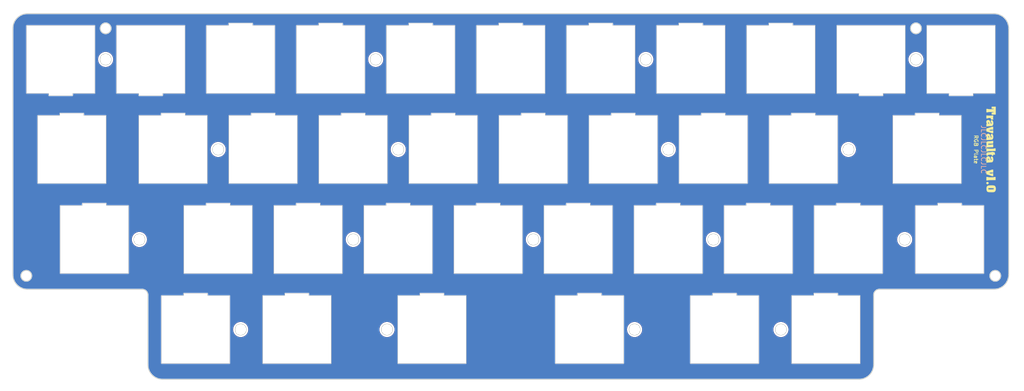
<source format=kicad_pcb>
(kicad_pcb (version 20221018) (generator pcbnew)
  (layers (0 "F.Cu" signal) (31 "B.Cu" signal) (34 "B.Paste" user) (35 "F.Paste" user) (36 "B.SilkS" user "B.Silkscreen") (37 "F.SilkS" user "F.Silkscreen") (38 "B.Mask" user) (39 "F.Mask" user) (44 "Edge.Cuts" user))
  (net 0 "")
  (footprint "cipulot_parts:HOLE_M2" (layer "F.Cu") (at 120.65 57.15)
    (fp_text reference "H2" hide)
    (fp_text value "MountingHole" hide)
    (pad "" np_thru_hole circle (at 0 0) (size 2.2 2.2) (drill 2.2) (layers "*.Cu" "*.Mask" "F.SilkS") (clearance 0.5))
  )
  (footprint "cipulot_parts:HOLE_M2" (layer "F.Cu") (at 153.9875 95.25)
    (fp_text reference "H11" hide)
    (fp_text value "MountingHole" hide)
    (pad "" np_thru_hole circle (at 0 0) (size 2.2 2.2) (drill 2.2) (layers "*.Cu" "*.Mask" "F.SilkS") (clearance 0.5))
  )
  (footprint "lib:RGB realforce R2" (layer "F.Cu") (at 61.12 95.25)
    (fp_text reference "RGB topre")
    (fp_text value "RGB realforce R2")
    (fp_line (start -7.2644 -7.2) (end -7.2644 7.2) (stroke (width 0.1)) (layer "Edge.Cuts"))
    (fp_line (start -7.2644 -7.2) (end -2.5644 -7.2) (stroke (width 0.1)) (layer "Edge.Cuts"))
    (fp_line (start -7.2644 7.2) (end 7.2356 7.2) (stroke (width 0.1)) (layer "Edge.Cuts"))
    (fp_line (start -2.5644 -7.7) (end 2.5356 -7.7) (stroke (width 0.1)) (layer "Edge.Cuts"))
    (fp_line (start -2.5644 -7.2) (end -2.5644 -7.7) (stroke (width 0.1)) (layer "Edge.Cuts"))
    (fp_line (start 2.5356 -7.2) (end 2.5356 -7.7) (stroke (width 0.1)) (layer "Edge.Cuts"))
    (fp_line (start 7.2356 -7.2) (end 2.5356 -7.2) (stroke (width 0.1)) (layer "Edge.Cuts"))
    (fp_line (start 7.2356 -7.2) (end 7.2356 7.2) (stroke (width 0.1)) (layer "Edge.Cuts"))
  )
  (footprint "lib:RGB realforce R2" (layer "F.Cu") (at 187.325 57.15)
    (fp_text reference "RGB topre")
    (fp_text value "RGB realforce R2")
    (fp_line (start -7.2644 -7.2) (end -7.2644 7.2) (stroke (width 0.1)) (layer "Edge.Cuts"))
    (fp_line (start -7.2644 -7.2) (end -2.5644 -7.2) (stroke (width 0.1)) (layer "Edge.Cuts"))
    (fp_line (start -7.2644 7.2) (end 7.2356 7.2) (stroke (width 0.1)) (layer "Edge.Cuts"))
    (fp_line (start -2.5644 -7.7) (end 2.5356 -7.7) (stroke (width 0.1)) (layer "Edge.Cuts"))
    (fp_line (start -2.5644 -7.2) (end -2.5644 -7.7) (stroke (width 0.1)) (layer "Edge.Cuts"))
    (fp_line (start 2.5356 -7.2) (end 2.5356 -7.7) (stroke (width 0.1)) (layer "Edge.Cuts"))
    (fp_line (start 7.2356 -7.2) (end 2.5356 -7.2) (stroke (width 0.1)) (layer "Edge.Cuts"))
    (fp_line (start 7.2356 -7.2) (end 7.2356 7.2) (stroke (width 0.1)) (layer "Edge.Cuts"))
  )
  (footprint "lib:RGB realforce R2" (layer "F.Cu") (at 194.47 114.3)
    (fp_text reference "RGB topre")
    (fp_text value "RGB realforce R2")
    (fp_line (start -7.2644 -7.2) (end -7.2644 7.2) (stroke (width 0.1)) (layer "Edge.Cuts"))
    (fp_line (start -7.2644 -7.2) (end -2.5644 -7.2) (stroke (width 0.1)) (layer "Edge.Cuts"))
    (fp_line (start -7.2644 7.2) (end 7.2356 7.2) (stroke (width 0.1)) (layer "Edge.Cuts"))
    (fp_line (start -2.5644 -7.7) (end 2.5356 -7.7) (stroke (width 0.1)) (layer "Edge.Cuts"))
    (fp_line (start -2.5644 -7.2) (end -2.5644 -7.7) (stroke (width 0.1)) (layer "Edge.Cuts"))
    (fp_line (start 2.5356 -7.2) (end 2.5356 -7.7) (stroke (width 0.1)) (layer "Edge.Cuts"))
    (fp_line (start 7.2356 -7.2) (end 2.5356 -7.2) (stroke (width 0.1)) (layer "Edge.Cuts"))
    (fp_line (start 7.2356 -7.2) (end 7.2356 7.2) (stroke (width 0.1)) (layer "Edge.Cuts"))
  )
  (footprint "lib:RGB realforce R2" (layer "F.Cu") (at 96.8375 76.2)
    (fp_text reference "RGB topre")
    (fp_text value "RGB realforce R2")
    (fp_line (start -7.2644 -7.2) (end -7.2644 7.2) (stroke (width 0.1)) (layer "Edge.Cuts"))
    (fp_line (start -7.2644 -7.2) (end -2.5644 -7.2) (stroke (width 0.1)) (layer "Edge.Cuts"))
    (fp_line (start -7.2644 7.2) (end 7.2356 7.2) (stroke (width 0.1)) (layer "Edge.Cuts"))
    (fp_line (start -2.5644 -7.7) (end 2.5356 -7.7) (stroke (width 0.1)) (layer "Edge.Cuts"))
    (fp_line (start -2.5644 -7.2) (end -2.5644 -7.7) (stroke (width 0.1)) (layer "Edge.Cuts"))
    (fp_line (start 2.5356 -7.2) (end 2.5356 -7.7) (stroke (width 0.1)) (layer "Edge.Cuts"))
    (fp_line (start 7.2356 -7.2) (end 2.5356 -7.2) (stroke (width 0.1)) (layer "Edge.Cuts"))
    (fp_line (start 7.2356 -7.2) (end 7.2356 7.2) (stroke (width 0.1)) (layer "Edge.Cuts"))
  )
  (footprint "lib:RGB realforce R2" (layer "F.Cu") (at 192.0875 76.2)
    (fp_text reference "RGB topre")
    (fp_text value "RGB realforce R2")
    (fp_line (start -7.2644 -7.2) (end -7.2644 7.2) (stroke (width 0.1)) (layer "Edge.Cuts"))
    (fp_line (start -7.2644 -7.2) (end -2.5644 -7.2) (stroke (width 0.1)) (layer "Edge.Cuts"))
    (fp_line (start -7.2644 7.2) (end 7.2356 7.2) (stroke (width 0.1)) (layer "Edge.Cuts"))
    (fp_line (start -2.5644 -7.7) (end 2.5356 -7.7) (stroke (width 0.1)) (layer "Edge.Cuts"))
    (fp_line (start -2.5644 -7.2) (end -2.5644 -7.7) (stroke (width 0.1)) (layer "Edge.Cuts"))
    (fp_line (start 2.5356 -7.2) (end 2.5356 -7.7) (stroke (width 0.1)) (layer "Edge.Cuts"))
    (fp_line (start 7.2356 -7.2) (end 2.5356 -7.2) (stroke (width 0.1)) (layer "Edge.Cuts"))
    (fp_line (start 7.2356 -7.2) (end 7.2356 7.2) (stroke (width 0.1)) (layer "Edge.Cuts"))
  )
  (footprint "cipulot_parts:HOLE_M2" (layer "F.Cu") (at 63.5 57.15)
    (fp_text reference "H1" hide)
    (fp_text value "MountingHole" hide)
    (pad "" np_thru_hole circle (at 0 0) (size 2.2 2.2) (drill 2.2) (layers "F&B.Cu" "*.Mask" "F.SilkS") (clearance 0.5))
  )
  (footprint "lib:RGB realforce R2" (layer "F.Cu") (at 168.275 57.15)
    (fp_text reference "RGB topre")
    (fp_text value "RGB realforce R2")
    (fp_line (start -7.2644 -7.2) (end -7.2644 7.2) (stroke (width 0.1)) (layer "Edge.Cuts"))
    (fp_line (start -7.2644 -7.2) (end -2.5644 -7.2) (stroke (width 0.1)) (layer "Edge.Cuts"))
    (fp_line (start -7.2644 7.2) (end 7.2356 7.2) (stroke (width 0.1)) (layer "Edge.Cuts"))
    (fp_line (start -2.5644 -7.7) (end 2.5356 -7.7) (stroke (width 0.1)) (layer "Edge.Cuts"))
    (fp_line (start -2.5644 -7.2) (end -2.5644 -7.7) (stroke (width 0.1)) (layer "Edge.Cuts"))
    (fp_line (start 2.5356 -7.2) (end 2.5356 -7.7) (stroke (width 0.1)) (layer "Edge.Cuts"))
    (fp_line (start 7.2356 -7.2) (end 2.5356 -7.2) (stroke (width 0.1)) (layer "Edge.Cuts"))
    (fp_line (start 7.2356 -7.2) (end 7.2356 7.2) (stroke (width 0.1)) (layer "Edge.Cuts"))
  )
  (footprint "lib:RGB realforce R2" (layer "F.Cu") (at 211.1375 76.2)
    (fp_text reference "RGB topre")
    (fp_text value "RGB realforce R2")
    (fp_line (start -7.2644 -7.2) (end -7.2644 7.2) (stroke (width 0.1)) (layer "Edge.Cuts"))
    (fp_line (start -7.2644 -7.2) (end -2.5644 -7.2) (stroke (width 0.1)) (layer "Edge.Cuts"))
    (fp_line (start -7.2644 7.2) (end 7.2356 7.2) (stroke (width 0.1)) (layer "Edge.Cuts"))
    (fp_line (start -2.5644 -7.7) (end 2.5356 -7.7) (stroke (width 0.1)) (layer "Edge.Cuts"))
    (fp_line (start -2.5644 -7.2) (end -2.5644 -7.7) (stroke (width 0.1)) (layer "Edge.Cuts"))
    (fp_line (start 2.5356 -7.2) (end 2.5356 -7.7) (stroke (width 0.1)) (layer "Edge.Cuts"))
    (fp_line (start 7.2356 -7.2) (end 2.5356 -7.2) (stroke (width 0.1)) (layer "Edge.Cuts"))
    (fp_line (start 7.2356 -7.2) (end 7.2356 7.2) (stroke (width 0.1)) (layer "Edge.Cuts"))
  )
  (footprint "lib:RGB realforce R2" (layer "F.Cu") (at 77.7875 76.2)
    (fp_text reference "RGB topre")
    (fp_text value "RGB realforce R2")
    (fp_line (start -7.2644 -7.2) (end -7.2644 7.2) (stroke (width 0.1)) (layer "Edge.Cuts"))
    (fp_line (start -7.2644 -7.2) (end -2.5644 -7.2) (stroke (width 0.1)) (layer "Edge.Cuts"))
    (fp_line (start -7.2644 7.2) (end 7.2356 7.2) (stroke (width 0.1)) (layer "Edge.Cuts"))
    (fp_line (start -2.5644 -7.7) (end 2.5356 -7.7) (stroke (width 0.1)) (layer "Edge.Cuts"))
    (fp_line (start -2.5644 -7.2) (end -2.5644 -7.7) (stroke (width 0.1)) (layer "Edge.Cuts"))
    (fp_line (start 2.5356 -7.2) (end 2.5356 -7.7) (stroke (width 0.1)) (layer "Edge.Cuts"))
    (fp_line (start 7.2356 -7.2) (end 2.5356 -7.2) (stroke (width 0.1)) (layer "Edge.Cuts"))
    (fp_line (start 7.2356 -7.2) (end 7.2356 7.2) (stroke (width 0.1)) (layer "Edge.Cuts"))
  )
  (footprint "lib:RGB realforce R2" (layer "F.Cu") (at 206.375 57.15)
    (fp_text reference "RGB topre")
    (fp_text value "RGB realforce R2")
    (fp_line (start -7.2644 -7.2) (end -7.2644 7.2) (stroke (width 0.1)) (layer "Edge.Cuts"))
    (fp_line (start -7.2644 -7.2) (end -2.5644 -7.2) (stroke (width 0.1)) (layer "Edge.Cuts"))
    (fp_line (start -7.2644 7.2) (end 7.2356 7.2) (stroke (width 0.1)) (layer "Edge.Cuts"))
    (fp_line (start -2.5644 -7.7) (end 2.5356 -7.7) (stroke (width 0.1)) (layer "Edge.Cuts"))
    (fp_line (start -2.5644 -7.2) (end -2.5644 -7.7) (stroke (width 0.1)) (layer "Edge.Cuts"))
    (fp_line (start 2.5356 -7.2) (end 2.5356 -7.7) (stroke (width 0.1)) (layer "Edge.Cuts"))
    (fp_line (start 7.2356 -7.2) (end 2.5356 -7.2) (stroke (width 0.1)) (layer "Edge.Cuts"))
    (fp_line (start 7.2356 -7.2) (end 7.2356 7.2) (stroke (width 0.1)) (layer "Edge.Cuts"))
  )
  (footprint "lib:RGB realforce R2" (layer "F.Cu") (at 144.4625 95.25)
    (fp_text reference "RGB topre")
    (fp_text value "RGB realforce R2")
    (fp_line (start -7.2644 -7.2) (end -7.2644 7.2) (stroke (width 0.1)) (layer "Edge.Cuts"))
    (fp_line (start -7.2644 -7.2) (end -2.5644 -7.2) (stroke (width 0.1)) (layer "Edge.Cuts"))
    (fp_line (start -7.2644 7.2) (end 7.2356 7.2) (stroke (width 0.1)) (layer "Edge.Cuts"))
    (fp_line (start -2.5644 -7.7) (end 2.5356 -7.7) (stroke (width 0.1)) (layer "Edge.Cuts"))
    (fp_line (start -2.5644 -7.2) (end -2.5644 -7.7) (stroke (width 0.1)) (layer "Edge.Cuts"))
    (fp_line (start 2.5356 -7.2) (end 2.5356 -7.7) (stroke (width 0.1)) (layer "Edge.Cuts"))
    (fp_line (start 7.2356 -7.2) (end 2.5356 -7.2) (stroke (width 0.1)) (layer "Edge.Cuts"))
    (fp_line (start 7.2356 -7.2) (end 7.2356 7.2) (stroke (width 0.1)) (layer "Edge.Cuts"))
  )
  (footprint "lib:RGB realforce R2" (layer "F.Cu") (at 220.6625 95.25)
    (fp_text reference "RGB topre")
    (fp_text value "RGB realforce R2")
    (fp_line (start -7.2644 -7.2) (end -7.2644 7.2) (stroke (width 0.1)) (layer "Edge.Cuts"))
    (fp_line (start -7.2644 -7.2) (end -2.5644 -7.2) (stroke (width 0.1)) (layer "Edge.Cuts"))
    (fp_line (start -7.2644 7.2) (end 7.2356 7.2) (stroke (width 0.1)) (layer "Edge.Cuts"))
    (fp_line (start -2.5644 -7.7) (end 2.5356 -7.7) (stroke (width 0.1)) (layer "Edge.Cuts"))
    (fp_line (start -2.5644 -7.2) (end -2.5644 -7.7) (stroke (width 0.1)) (layer "Edge.Cuts"))
    (fp_line (start 2.5356 -7.2) (end 2.5356 -7.7) (stroke (width 0.1)) (layer "Edge.Cuts"))
    (fp_line (start 7.2356 -7.2) (end 2.5356 -7.2) (stroke (width 0.1)) (layer "Edge.Cuts"))
    (fp_line (start 7.2356 -7.2) (end 7.2356 7.2) (stroke (width 0.1)) (layer "Edge.Cuts"))
  )
  (footprint "LOGO" (layer "F.Cu") (at 250.825 76.2 -90)
    (fp_text reference "G***" hide)
    (fp_text value "LOGO" hide)
  )
  (footprint "lib:RGB realforce R2" (layer "F.Cu") (at 82.55 114.3)
    (fp_text reference "RGB topre")
    (fp_text value "RGB realforce R2")
    (fp_line (start -7.2644 -7.2) (end -7.2644 7.2) (stroke (width 0.1)) (layer "Edge.Cuts"))
    (fp_line (start -7.2644 -7.2) (end -2.5644 -7.2) (stroke (width 0.1)) (layer "Edge.Cuts"))
    (fp_line (start -7.2644 7.2) (end 7.2356 7.2) (stroke (width 0.1)) (layer "Edge.Cuts"))
    (fp_line (start -2.5644 -7.7) (end 2.5356 -7.7) (stroke (width 0.1)) (layer "Edge.Cuts"))
    (fp_line (start -2.5644 -7.2) (end -2.5644 -7.7) (stroke (width 0.1)) (layer "Edge.Cuts"))
    (fp_line (start 2.5356 -7.2) (end 2.5356 -7.7) (stroke (width 0.1)) (layer "Edge.Cuts"))
    (fp_line (start 7.2356 -7.2) (end 2.5356 -7.2) (stroke (width 0.1)) (layer "Edge.Cuts"))
    (fp_line (start 7.2356 -7.2) (end 7.2356 7.2) (stroke (width 0.1)) (layer "Edge.Cuts"))
  )
  (footprint "lib:RGB realforce R2" (layer "F.Cu") (at 130.175 57.15)
    (fp_text reference "RGB topre")
    (fp_text value "RGB realforce R2")
    (fp_line (start -7.2644 -7.2) (end -7.2644 7.2) (stroke (width 0.1)) (layer "Edge.Cuts"))
    (fp_line (start -7.2644 -7.2) (end -2.5644 -7.2) (stroke (width 0.1)) (layer "Edge.Cuts"))
    (fp_line (start -7.2644 7.2) (end 7.2356 7.2) (stroke (width 0.1)) (layer "Edge.Cuts"))
    (fp_line (start -2.5644 -7.7) (end 2.5356 -7.7) (stroke (width 0.1)) (layer "Edge.Cuts"))
    (fp_line (start -2.5644 -7.2) (end -2.5644 -7.7) (stroke (width 0.1)) (layer "Edge.Cuts"))
    (fp_line (start 2.5356 -7.2) (end 2.5356 -7.7) (stroke (width 0.1)) (layer "Edge.Cuts"))
    (fp_line (start 7.2356 -7.2) (end 2.5356 -7.2) (stroke (width 0.1)) (layer "Edge.Cuts"))
    (fp_line (start 7.2356 -7.2) (end 7.2356 7.2) (stroke (width 0.1)) (layer "Edge.Cuts"))
  )
  (footprint "lib:RGB realforce R2" (layer "F.Cu") (at 134.9375 76.2)
    (fp_text reference "RGB topre")
    (fp_text value "RGB realforce R2")
    (fp_line (start -7.2644 -7.2) (end -7.2644 7.2) (stroke (width 0.1)) (layer "Edge.Cuts"))
    (fp_line (start -7.2644 -7.2) (end -2.5644 -7.2) (stroke (width 0.1)) (layer "Edge.Cuts"))
    (fp_line (start -7.2644 7.2) (end 7.2356 7.2) (stroke (width 0.1)) (layer "Edge.Cuts"))
    (fp_line (start -2.5644 -7.7) (end 2.5356 -7.7) (stroke (width 0.1)) (layer "Edge.Cuts"))
    (fp_line (start -2.5644 -7.2) (end -2.5644 -7.7) (stroke (width 0.1)) (layer "Edge.Cuts"))
    (fp_line (start 2.5356 -7.2) (end 2.5356 -7.7) (stroke (width 0.1)) (layer "Edge.Cuts"))
    (fp_line (start 7.2356 -7.2) (end 2.5356 -7.2) (stroke (width 0.1)) (layer "Edge.Cuts"))
    (fp_line (start 7.2356 -7.2) (end 7.2356 7.2) (stroke (width 0.1)) (layer "Edge.Cuts"))
  )
  (footprint "lib:RGB realforce R2" (layer "F.Cu") (at 103.98 114.3)
    (fp_text reference "RGB topre")
    (fp_text value "RGB realforce R2")
    (fp_line (start -7.2644 -7.2) (end -7.2644 7.2) (stroke (width 0.1)) (layer "Edge.Cuts"))
    (fp_line (start -7.2644 -7.2) (end -2.5644 -7.2) (stroke (width 0.1)) (layer "Edge.Cuts"))
    (fp_line (start -7.2644 7.2) (end 7.2356 7.2) (stroke (width 0.1)) (layer "Edge.Cuts"))
    (fp_line (start -2.5644 -7.7) (end 2.5356 -7.7) (stroke (width 0.1)) (layer "Edge.Cuts"))
    (fp_line (start -2.5644 -7.2) (end -2.5644 -7.7) (stroke (width 0.1)) (layer "Edge.Cuts"))
    (fp_line (start 2.5356 -7.2) (end 2.5356 -7.7) (stroke (width 0.1)) (layer "Edge.Cuts"))
    (fp_line (start 7.2356 -7.2) (end 2.5356 -7.2) (stroke (width 0.1)) (layer "Edge.Cuts"))
    (fp_line (start 7.2356 -7.2) (end 7.2356 7.2) (stroke (width 0.1)) (layer "Edge.Cuts"))
  )
  (footprint "lib:RGB realforce R2" (layer "F.Cu") (at 106.3625 95.25)
    (fp_text reference "RGB topre")
    (fp_text value "RGB realforce R2")
    (fp_line (start -7.2644 -7.2) (end -7.2644 7.2) (stroke (width 0.1)) (layer "Edge.Cuts"))
    (fp_line (start -7.2644 -7.2) (end -2.5644 -7.2) (stroke (width 0.1)) (layer "Edge.Cuts"))
    (fp_line (start -7.2644 7.2) (end 7.2356 7.2) (stroke (width 0.1)) (layer "Edge.Cuts"))
    (fp_line (start -2.5644 -7.7) (end 2.5356 -7.7) (stroke (width 0.1)) (layer "Edge.Cuts"))
    (fp_line (start -2.5644 -7.2) (end -2.5644 -7.7) (stroke (width 0.1)) (layer "Edge.Cuts"))
    (fp_line (start 2.5356 -7.2) (end 2.5356 -7.7) (stroke (width 0.1)) (layer "Edge.Cuts"))
    (fp_line (start 7.2356 -7.2) (end 2.5356 -7.2) (stroke (width 0.1)) (layer "Edge.Cuts"))
    (fp_line (start 7.2356 -7.2) (end 7.2356 7.2) (stroke (width 0.1)) (layer "Edge.Cuts"))
  )
  (footprint "cipulot_parts:HOLE_M2" (layer "F.Cu") (at 70.64375 95.25)
    (fp_text reference "H9" hide)
    (fp_text value "MountingHole" hide)
    (pad "" np_thru_hole circle (at 0 0) (size 2.2 2.2) (drill 2.2) (layers "*.Cu" "*.Mask" "F.SilkS") (clearance 0.5))
  )
  (footprint "cipulot_parts:HOLE_M2" (layer "F.Cu") (at 232.56875 95.25)
    (fp_text reference "H13" hide)
    (fp_text value "MountingHole" hide)
    (pad "" np_thru_hole circle (at 0 0) (size 2.2 2.2) (drill 2.2) (layers "*.Cu" "*.Mask" "F.SilkS") (clearance 0.5))
  )
  (footprint "lib:RGB realforce R2" (layer "F.Cu") (at 56.358 76.2)
    (fp_text reference "RGB topre")
    (fp_text value "RGB realforce R2")
    (fp_line (start -7.2644 -7.2) (end -7.2644 7.2) (stroke (width 0.1)) (layer "Edge.Cuts"))
    (fp_line (start -7.2644 -7.2) (end -2.5644 -7.2) (stroke (width 0.1)) (layer "Edge.Cuts"))
    (fp_line (start -7.2644 7.2) (end 7.2356 7.2) (stroke (width 0.1)) (layer "Edge.Cuts"))
    (fp_line (start -2.5644 -7.7) (end 2.5356 -7.7) (stroke (width 0.1)) (layer "Edge.Cuts"))
    (fp_line (start -2.5644 -7.2) (end -2.5644 -7.7) (stroke (width 0.1)) (layer "Edge.Cuts"))
    (fp_line (start 2.5356 -7.2) (end 2.5356 -7.7) (stroke (width 0.1)) (layer "Edge.Cuts"))
    (fp_line (start 7.2356 -7.2) (end 2.5356 -7.2) (stroke (width 0.1)) (layer "Edge.Cuts"))
    (fp_line (start 7.2356 -7.2) (end 7.2356 7.2) (stroke (width 0.1)) (layer "Edge.Cuts"))
  )
  (footprint "lib:RGB realforce R2" (layer "F.Cu") (at 92.075 57.15)
    (fp_text reference "RGB topre")
    (fp_text value "RGB realforce R2")
    (fp_line (start -7.2644 -7.2) (end -7.2644 7.2) (stroke (width 0.1)) (layer "Edge.Cuts"))
    (fp_line (start -7.2644 -7.2) (end -2.5644 -7.2) (stroke (width 0.1)) (layer "Edge.Cuts"))
    (fp_line (start -7.2644 7.2) (end 7.2356 7.2) (stroke (width 0.1)) (layer "Edge.Cuts"))
    (fp_line (start -2.5644 -7.7) (end 2.5356 -7.7) (stroke (width 0.1)) (layer "Edge.Cuts"))
    (fp_line (start -2.5644 -7.2) (end -2.5644 -7.7) (stroke (width 0.1)) (layer "Edge.Cuts"))
    (fp_line (start 2.5356 -7.2) (end 2.5356 -7.7) (stroke (width 0.1)) (layer "Edge.Cuts"))
    (fp_line (start 7.2356 -7.2) (end 2.5356 -7.2) (stroke (width 0.1)) (layer "Edge.Cuts"))
    (fp_line (start 7.2356 -7.2) (end 7.2356 7.2) (stroke (width 0.1)) (layer "Edge.Cuts"))
  )
  (footprint "cipulot_parts:HOLE_M2" (layer "F.Cu") (at 87.3125 76.2)
    (fp_text reference "H5" hide)
    (fp_text value "MountingHole" hide)
    (pad "" np_thru_hole circle (at 0 0) (size 2.2 2.2) (drill 2.2) (layers "*.Cu" "*.Mask" "F.SilkS") (clearance 0.5))
  )
  (footprint "lib:RGB realforce R2" (layer "F.Cu") (at 244.475 57.15 180)
    (fp_text reference "RGB topre")
    (fp_text value "RGB realforce R2")
    (fp_line (start -7.2644 -7.2) (end -7.2644 7.2) (stroke (width 0.1)) (layer "Edge.Cuts"))
    (fp_line (start -7.2644 -7.2) (end -2.5644 -7.2) (stroke (width 0.1)) (layer "Edge.Cuts"))
    (fp_line (start -7.2644 7.2) (end 7.2356 7.2) (stroke (width 0.1)) (layer "Edge.Cuts"))
    (fp_line (start -2.5644 -7.7) (end 2.5356 -7.7) (stroke (width 0.1)) (layer "Edge.Cuts"))
    (fp_line (start -2.5644 -7.2) (end -2.5644 -7.7) (stroke (width 0.1)) (layer "Edge.Cuts"))
    (fp_line (start 2.5356 -7.2) (end 2.5356 -7.7) (stroke (width 0.1)) (layer "Edge.Cuts"))
    (fp_line (start 7.2356 -7.2) (end 2.5356 -7.2) (stroke (width 0.1)) (layer "Edge.Cuts"))
    (fp_line (start 7.2356 -7.2) (end 7.2356 7.2) (stroke (width 0.1)) (layer "Edge.Cuts"))
  )
  (footprint "lib:RGB realforce R2" (layer "F.Cu") (at 237.33 76.2)
    (fp_text reference "RGB topre")
    (fp_text value "RGB realforce R2")
    (fp_line (start -7.2644 -7.2) (end -7.2644 7.2) (stroke (width 0.1)) (layer "Edge.Cuts"))
    (fp_line (start -7.2644 -7.2) (end -2.5644 -7.2) (stroke (width 0.1)) (layer "Edge.Cuts"))
    (fp_line (start -7.2644 7.2) (end 7.2356 7.2) (stroke (width 0.1)) (layer "Edge.Cuts"))
    (fp_line (start -2.5644 -7.7) (end 2.5356 -7.7) (stroke (width 0.1)) (layer "Edge.Cuts"))
    (fp_line (start -2.5644 -7.2) (end -2.5644 -7.7) (stroke (width 0.1)) (layer "Edge.Cuts"))
    (fp_line (start 2.5356 -7.2) (end 2.5356 -7.7) (stroke (width 0.1)) (layer "Edge.Cuts"))
    (fp_line (start 7.2356 -7.2) (end 2.5356 -7.2) (stroke (width 0.1)) (layer "Edge.Cuts"))
    (fp_line (start 7.2356 -7.2) (end 7.2356 7.2) (stroke (width 0.1)) (layer "Edge.Cuts"))
  )
  (footprint "lib:RGB realforce R2" (layer "F.Cu") (at 182.5625 95.25)
    (fp_text reference "RGB topre")
    (fp_text value "RGB realforce R2")
    (fp_line (start -7.2644 -7.2) (end -7.2644 7.2) (stroke (width 0.1)) (layer "Edge.Cuts"))
    (fp_line (start -7.2644 -7.2) (end -2.5644 -7.2) (stroke (width 0.1)) (layer "Edge.Cuts"))
    (fp_line (start -7.2644 7.2) (end 7.2356 7.2) (stroke (width 0.1)) (layer "Edge.Cuts"))
    (fp_line (start -2.5644 -7.7) (end 2.5356 -7.7) (stroke (width 0.1)) (layer "Edge.Cuts"))
    (fp_line (start -2.5644 -7.2) (end -2.5644 -7.7) (stroke (width 0.1)) (layer "Edge.Cuts"))
    (fp_line (start 2.5356 -7.2) (end 2.5356 -7.7) (stroke (width 0.1)) (layer "Edge.Cuts"))
    (fp_line (start 7.2356 -7.2) (end 2.5356 -7.2) (stroke (width 0.1)) (layer "Edge.Cuts"))
    (fp_line (start 7.2356 -7.2) (end 7.2356 7.2) (stroke (width 0.1)) (layer "Edge.Cuts"))
  )
  (footprint "lib:RGB realforce R2" (layer "F.Cu") (at 225.425 57.15 180)
    (fp_text reference "RGB topre")
    (fp_text value "RGB realforce R2")
    (fp_line (start -7.2644 -7.2) (end -7.2644 7.2) (stroke (width 0.1)) (layer "Edge.Cuts"))
    (fp_line (start -7.2644 -7.2) (end -2.5644 -7.2) (stroke (width 0.1)) (layer "Edge.Cuts"))
    (fp_line (start -7.2644 7.2) (end 7.2356 7.2) (stroke (width 0.1)) (layer "Edge.Cuts"))
    (fp_line (start -2.5644 -7.7) (end 2.5356 -7.7) (stroke (width 0.1)) (layer "Edge.Cuts"))
    (fp_line (start -2.5644 -7.2) (end -2.5644 -7.7) (stroke (width 0.1)) (layer "Edge.Cuts"))
    (fp_line (start 2.5356 -7.2) (end 2.5356 -7.7) (stroke (width 0.1)) (layer "Edge.Cuts"))
    (fp_line (start 7.2356 -7.2) (end 2.5356 -7.2) (stroke (width 0.1)) (layer "Edge.Cuts"))
    (fp_line (start 7.2356 -7.2) (end 7.2356 7.2) (stroke (width 0.1)) (layer "Edge.Cuts"))
  )
  (footprint "lib:RGB realforce R2" (layer "F.Cu") (at 87.3125 95.25)
    (fp_text reference "RGB topre")
    (fp_text value "RGB realforce R2")
    (fp_line (start -7.2644 -7.2) (end -7.2644 7.2) (stroke (width 0.1)) (layer "Edge.Cuts"))
    (fp_line (start -7.2644 -7.2) (end -2.5644 -7.2) (stroke (width 0.1)) (layer "Edge.Cuts"))
    (fp_line (start -7.2644 7.2) (end 7.2356 7.2) (stroke (width 0.1)) (layer "Edge.Cuts"))
    (fp_line (start -2.5644 -7.7) (end 2.5356 -7.7) (stroke (width 0.1)) (layer "Edge.Cuts"))
    (fp_line (start -2.5644 -7.2) (end -2.5644 -7.7) (stroke (width 0.1)) (layer "Edge.Cuts"))
    (fp_line (start 2.5356 -7.2) (end 2.5356 -7.7) (stroke (width 0.1)) (layer "Edge.Cuts"))
    (fp_line (start 7.2356 -7.2) (end 2.5356 -7.2) (stroke (width 0.1)) (layer "Edge.Cuts"))
    (fp_line (start 7.2356 -7.2) (end 7.2356 7.2) (stroke (width 0.1)) (layer "Edge.Cuts"))
  )
  (footprint "cipulot_parts:HOLE_M2" (layer "F.Cu") (at 115.8875 95.25)
    (fp_text reference "H10" hide)
    (fp_text value "MountingHole" hide)
    (pad "" np_thru_hole circle (at 0 0) (size 2.2 2.2) (drill 2.2) (layers "*.Cu" "*.Mask" "F.SilkS") (clearance 0.5))
  )
  (footprint "cipulot_parts:HOLE_M2" (layer "F.Cu") (at 220.6625 76.2)
    (fp_text reference "H8" hide)
    (fp_text value "MountingHole" hide)
    (pad "" np_thru_hole circle (at 0 0) (size 2.2 2.2) (drill 2.2) (layers "*.Cu" "*.Mask" "F.SilkS") (clearance 0.5))
  )
  (footprint "lib:RGB realforce R2" (layer "F.Cu") (at 165.892 114.3)
    (fp_text reference "RGB topre")
    (fp_text value "RGB realforce R2")
    (fp_line (start -7.2644 -7.2) (end -7.2644 7.2) (stroke (width 0.1)) (layer "Edge.Cuts"))
    (fp_line (start -7.2644 -7.2) (end -2.5644 -7.2) (stroke (width 0.1)) (layer "Edge.Cuts"))
    (fp_line (start -7.2644 7.2) (end 7.2356 7.2) (stroke (width 0.1)) (layer "Edge.Cuts"))
    (fp_line (start -2.5644 -7.7) (end 2.5356 -7.7) (stroke (width 0.1)) (layer "Edge.Cuts"))
    (fp_line (start -2.5644 -7.2) (end -2.5644 -7.7) (stroke (width 0.1)) (layer "Edge.Cuts"))
    (fp_line (start 2.5356 -7.2) (end 2.5356 -7.7) (stroke (width 0.1)) (layer "Edge.Cuts"))
    (fp_line (start 7.2356 -7.2) (end 2.5356 -7.2) (stroke (width 0.1)) (layer "Edge.Cuts"))
    (fp_line (start 7.2356 -7.2) (end 7.2356 7.2) (stroke (width 0.1)) (layer "Edge.Cuts"))
  )
  (footprint "lib:RGB realforce R2" (layer "F.Cu") (at 149.225 57.15)
    (fp_text reference "RGB topre")
    (fp_text value "RGB realforce R2")
    (fp_line (start -7.2644 -7.2) (end -7.2644 7.2) (stroke (width 0.1)) (layer "Edge.Cuts"))
    (fp_line (start -7.2644 -7.2) (end -2.5644 -7.2) (stroke (width 0.1)) (layer "Edge.Cuts"))
    (fp_line (start -7.2644 7.2) (end 7.2356 7.2) (stroke (width 0.1)) (layer "Edge.Cuts"))
    (fp_line (start -2.5644 -7.7) (end 2.5356 -7.7) (stroke (width 0.1)) (layer "Edge.Cuts"))
    (fp_line (start -2.5644 -7.2) (end -2.5644 -7.7) (stroke (width 0.1)) (layer "Edge.Cuts"))
    (fp_line (start 2.5356 -7.2) (end 2.5356 -7.7) (stroke (width 0.1)) (layer "Edge.Cuts"))
    (fp_line (start 7.2356 -7.2) (end 2.5356 -7.2) (stroke (width 0.1)) (layer "Edge.Cuts"))
    (fp_line (start 7.2356 -7.2) (end 7.2356 7.2) (stroke (width 0.1)) (layer "Edge.Cuts"))
  )
  (footprint "cipulot_parts:HOLE_M2" (layer "F.Cu") (at 123.03125 114.3)
    (fp_text reference "H15" hide)
    (fp_text value "MountingHole" hide)
    (pad "" np_thru_hole circle (at 0 0) (size 2.2 2.2) (drill 2.2) (layers "*.Cu" "*.Mask" "F.SilkS") (clearance 0.5))
  )
  (footprint "lib:RGB realforce R2" (layer "F.Cu") (at 242.095 95.25)
    (fp_text reference "RGB topre")
    (fp_text value "RGB realforce R2")
    (fp_line (start -7.2644 -7.2) (end -7.2644 7.2) (stroke (width 0.1)) (layer "Edge.Cuts"))
    (fp_line (start -7.2644 -7.2) (end -2.5644 -7.2) (stroke (width 0.1)) (layer "Edge.Cuts"))
    (fp_line (start -7.2644 7.2) (end 7.2356 7.2) (stroke (width 0.1)) (layer "Edge.Cuts"))
    (fp_line (start -2.5644 -7.7) (end 2.5356 -7.7) (stroke (width 0.1)) (layer "Edge.Cuts"))
    (fp_line (start -2.5644 -7.2) (end -2.5644 -7.7) (stroke (width 0.1)) (layer "Edge.Cuts"))
    (fp_line (start 2.5356 -7.2) (end 2.5356 -7.7) (stroke (width 0.1)) (layer "Edge.Cuts"))
    (fp_line (start 7.2356 -7.2) (end 2.5356 -7.2) (stroke (width 0.1)) (layer "Edge.Cuts"))
    (fp_line (start 7.2356 -7.2) (end 7.2356 7.2) (stroke (width 0.1)) (layer "Edge.Cuts"))
  )
  (footprint "lib:RGB realforce R2" (layer "F.Cu") (at 111.125 57.15)
    (fp_text reference "RGB topre")
    (fp_text value "RGB realforce R2")
    (fp_line (start -7.2644 -7.2) (end -7.2644 7.2) (stroke (width 0.1)) (layer "Edge.Cuts"))
    (fp_line (start -7.2644 -7.2) (end -2.5644 -7.2) (stroke (width 0.1)) (layer "Edge.Cuts"))
    (fp_line (start -7.2644 7.2) (end 7.2356 7.2) (stroke (width 0.1)) (layer "Edge.Cuts"))
    (fp_line (start -2.5644 -7.7) (end 2.5356 -7.7) (stroke (width 0.1)) (layer "Edge.Cuts"))
    (fp_line (start -2.5644 -7.2) (end -2.5644 -7.7) (stroke (width 0.1)) (layer "Edge.Cuts"))
    (fp_line (start 2.5356 -7.2) (end 2.5356 -7.7) (stroke (width 0.1)) (layer "Edge.Cuts"))
    (fp_line (start 7.2356 -7.2) (end 2.5356 -7.2) (stroke (width 0.1)) (layer "Edge.Cuts"))
    (fp_line (start 7.2356 -7.2) (end 7.2356 7.2) (stroke (width 0.1)) (layer "Edge.Cuts"))
  )
  (footprint "cipulot_parts:HOLE_M2" (layer "F.Cu") (at 177.8 57.15)
    (fp_text reference "H3" hide)
    (fp_text value "MountingHole" hide)
    (pad "" np_thru_hole circle (at 0 0) (size 2.2 2.2) (drill 2.2) (layers "*.Cu" "*.Mask" "F.SilkS") (clearance 0.5))
  )
  (footprint "lib:RGB realforce R2" (layer "F.Cu") (at 153.9875 76.2)
    (fp_text reference "RGB topre")
    (fp_text value "RGB realforce R2")
    (fp_line (start -7.2644 -7.2) (end -7.2644 7.2) (stroke (width 0.1)) (layer "Edge.Cuts"))
    (fp_line (start -7.2644 -7.2) (end -2.5644 -7.2) (stroke (width 0.1)) (layer "Edge.Cuts"))
    (fp_line (start -7.2644 7.2) (end 7.2356 7.2) (stroke (width 0.1)) (layer "Edge.Cuts"))
    (fp_line (start -2.5644 -7.7) (end 2.5356 -7.7) (stroke (width 0.1)) (layer "Edge.Cuts"))
    (fp_line (start -2.5644 -7.2) (end -2.5644 -7.7) (stroke (width 0.1)) (layer "Edge.Cuts"))
    (fp_line (start 2.5356 -7.2) (end 2.5356 -7.7) (stroke (width 0.1)) (layer "Edge.Cuts"))
    (fp_line (start 7.2356 -7.2) (end 2.5356 -7.2) (stroke (width 0.1)) (layer "Edge.Cuts"))
    (fp_line (start 7.2356 -7.2) (end 7.2356 7.2) (stroke (width 0.1)) (layer "Edge.Cuts"))
  )
  (footprint "cipulot_parts:HOLE_M2" (layer "F.Cu") (at 206.375 114.3)
    (fp_text reference "H17" hide)
    (fp_text value "MountingHole" hide)
    (pad "" np_thru_hole circle (at 0 0) (size 2.2 2.2) (drill 2.2) (layers "*.Cu" "*.Mask" "F.SilkS") (clearance 0.5))
  )
  (footprint "cipulot_parts:HOLE_M2" (layer "F.Cu") (at 234.95 57.15)
    (fp_text reference "H4" hide)
    (fp_text value "MountingHole" hide)
    (pad "" np_thru_hole circle (at 0 0) (size 2.2 2.2) (drill 2.2) (layers "*.Cu" "*.Mask" "F.SilkS") (clearance 0.5))
  )
  (footprint "cipulot_parts:HOLE_M2" (layer "F.Cu") (at 125.4125 76.2)
    (fp_text reference "H6" hide)
    (fp_text value "MountingHole" hide)
    (pad "" np_thru_hole circle (at 0 0) (size 2.2 2.2) (drill 2.2) (layers "*.Cu" "*.Mask" "F.SilkS") (clearance 0.5))
  )
  (footprint "lib:RGB realforce R2" (layer "F.Cu") (at 132.555 114.3)
    (fp_text reference "RGB topre")
    (fp_text value "RGB realforce R2")
    (fp_line (start -7.2644 -7.2) (end -7.2644 7.2) (stroke (width 0.1)) (layer "Edge.Cuts"))
    (fp_line (start -7.2644 -7.2) (end -2.5644 -7.2) (stroke (width 0.1)) (layer "Edge.Cuts"))
    (fp_line (start -7.2644 7.2) (end 7.2356 7.2) (stroke (width 0.1)) (layer "Edge.Cuts"))
    (fp_line (start -2.5644 -7.7) (end 2.5356 -7.7) (stroke (width 0.1)) (layer "Edge.Cuts"))
    (fp_line (start -2.5644 -7.2) (end -2.5644 -7.7) (stroke (width 0.1)) (layer "Edge.Cuts"))
    (fp_line (start 2.5356 -7.2) (end 2.5356 -7.7) (stroke (width 0.1)) (layer "Edge.Cuts"))
    (fp_line (start 7.2356 -7.2) (end 2.5356 -7.2) (stroke (width 0.1)) (layer "Edge.Cuts"))
    (fp_line (start 7.2356 -7.2) (end 7.2356 7.2) (stroke (width 0.1)) (layer "Edge.Cuts"))
  )
  (footprint "cipulot_parts:HOLE_M2" (layer "F.Cu") (at 175.41875 114.3)
    (fp_text reference "H16" hide)
    (fp_text value "MountingHole" hide)
    (pad "" np_thru_hole circle (at 0 0) (size 2.2 2.2) (drill 2.2) (layers "*.Cu" "*.Mask" "F.SilkS") (clearance 0.5))
  )
  (footprint "cipulot_parts:HOLE_M2" (layer "F.Cu") (at 192.0875 95.25)
    (fp_text reference "H12" hide)
    (fp_text value "MountingHole" hide)
    (pad "" np_thru_hole circle (at 0 0) (size 2.2 2.2) (drill 2.2) (layers "*.Cu" "*.Mask" "F.SilkS") (clearance 0.5))
  )
  (footprint "lib:RGB realforce R2" (layer "F.Cu") (at 53.975 57.15 180)
    (fp_text reference "RGB topre")
    (fp_text value "RGB realforce R2")
    (fp_line (start -7.2644 -7.2) (end -7.2644 7.2) (stroke (width 0.1)) (layer "Edge.Cuts"))
    (fp_line (start -7.2644 -7.2) (end -2.5644 -7.2) (stroke (width 0.1)) (layer "Edge.Cuts"))
    (fp_line (start -7.2644 7.2) (end 7.2356 7.2) (stroke (width 0.1)) (layer "Edge.Cuts"))
    (fp_line (start -2.5644 -7.7) (end 2.5356 -7.7) (stroke (width 0.1)) (layer "Edge.Cuts"))
    (fp_line (start -2.5644 -7.2) (end -2.5644 -7.7) (stroke (width 0.1)) (layer "Edge.Cuts"))
    (fp_line (start 2.5356 -7.2) (end 2.5356 -7.7) (stroke (width 0.1)) (layer "Edge.Cuts"))
    (fp_line (start 7.2356 -7.2) (end 2.5356 -7.2) (stroke (width 0.1)) (layer "Edge.Cuts"))
    (fp_line (start 7.2356 -7.2) (end 7.2356 7.2) (stroke (width 0.1)) (layer "Edge.Cuts"))
  )
  (footprint "lib:RGB realforce R2" (layer "F.Cu") (at 125.4125 95.25)
    (fp_text reference "RGB topre")
    (fp_text value "RGB realforce R2")
    (fp_line (start -7.2644 -7.2) (end -7.2644 7.2) (stroke (width 0.1)) (layer "Edge.Cuts"))
    (fp_line (start -7.2644 -7.2) (end -2.5644 -7.2) (stroke (width 0.1)) (layer "Edge.Cuts"))
    (fp_line (start -7.2644 7.2) (end 7.2356 7.2) (stroke (width 0.1)) (layer "Edge.Cuts"))
    (fp_line (start -2.5644 -7.7) (end 2.5356 -7.7) (stroke (width 0.1)) (layer "Edge.Cuts"))
    (fp_line (start -2.5644 -7.2) (end -2.5644 -7.7) (stroke (width 0.1)) (layer "Edge.Cuts"))
    (fp_line (start 2.5356 -7.2) (end 2.5356 -7.7) (stroke (width 0.1)) (layer "Edge.Cuts"))
    (fp_line (start 7.2356 -7.2) (end 2.5356 -7.2) (stroke (width 0.1)) (layer "Edge.Cuts"))
    (fp_line (start 7.2356 -7.2) (end 7.2356 7.2) (stroke (width 0.1)) (layer "Edge.Cuts"))
  )
  (footprint "lib:RGB realforce R2" (layer "F.Cu") (at 215.9 114.3)
    (fp_text reference "RGB topre")
    (fp_text value "RGB realforce R2")
    (fp_line (start -7.2644 -7.2) (end -7.2644 7.2) (stroke (width 0.1)) (layer "Edge.Cuts"))
    (fp_line (start -7.2644 -7.2) (end -2.5644 -7.2) (stroke (width 0.1)) (layer "Edge.Cuts"))
    (fp_line (start -7.2644 7.2) (end 7.2356 7.2) (stroke (width 0.1)) (layer "Edge.Cuts"))
    (fp_line (start -2.5644 -7.7) (end 2.5356 -7.7) (stroke (width 0.1)) (layer "Edge.Cuts"))
    (fp_line (start -2.5644 -7.2) (end -2.5644 -7.7) (stroke (width 0.1)) (layer "Edge.Cuts"))
    (fp_line (start 2.5356 -7.2) (end 2.5356 -7.7) (stroke (width 0.1)) (layer "Edge.Cuts"))
    (fp_line (start 7.2356 -7.2) (end 2.5356 -7.2) (stroke (width 0.1)) (layer "Edge.Cuts"))
    (fp_line (start 7.2356 -7.2) (end 7.2356 7.2) (stroke (width 0.1)) (layer "Edge.Cuts"))
  )
  (footprint "cipulot_parts:HOLE_M2" (layer "F.Cu") (at 182.5625 76.2)
    (fp_text reference "H7" hide)
    (fp_text value "MountingHole" hide)
    (pad "" np_thru_hole circle (at 0 0) (size 2.2 2.2) (drill 2.2) (layers "*.Cu" "*.Mask" "F.SilkS") (clearance 0.5))
  )
  (footprint "lib:RGB realforce R2" (layer "F.Cu") (at 73.025 57.15 180)
    (fp_text reference "RGB topre")
    (fp_text value "RGB realforce R2")
    (fp_line (start -7.2644 -7.2) (end -7.2644 7.2) (stroke (width 0.1)) (layer "Edge.Cuts"))
    (fp_line (start -7.2644 -7.2) (end -2.5644 -7.2) (stroke (width 0.1)) (layer "Edge.Cuts"))
    (fp_line (start -7.2644 7.2) (end 7.2356 7.2) (stroke (width 0.1)) (layer "Edge.Cuts"))
    (fp_line (start -2.5644 -7.7) (end 2.5356 -7.7) (stroke (width 0.1)) (layer "Edge.Cuts"))
    (fp_line (start -2.5644 -7.2) (end -2.5644 -7.7) (stroke (width 0.1)) (layer "Edge.Cuts"))
    (fp_line (start 2.5356 -7.2) (end 2.5356 -7.7) (stroke (width 0.1)) (layer "Edge.Cuts"))
    (fp_line (start 7.2356 -7.2) (end 2.5356 -7.2) (stroke (width 0.1)) (layer "Edge.Cuts"))
    (fp_line (start 7.2356 -7.2) (end 7.2356 7.2) (stroke (width 0.1)) (layer "Edge.Cuts"))
  )
  (footprint "cipulot_parts:HOLE_M2" (layer "F.Cu") (at 92.075 114.3)
    (fp_text reference "H14" hide)
    (fp_text value "MountingHole" hide)
    (pad "" np_thru_hole circle (at 0 0) (size 2.2 2.2) (drill 2.2) (layers "*.Cu" "*.Mask" "F.SilkS") (clearance 0.5))
  )
  (footprint "lib:RGB realforce R2" (layer "F.Cu") (at 201.6125 95.25)
    (fp_text reference "RGB topre")
    (fp_text value "RGB realforce R2")
    (fp_line (start -7.2644 -7.2) (end -7.2644 7.2) (stroke (width 0.1)) (layer "Edge.Cuts"))
    (fp_line (start -7.2644 -7.2) (end -2.5644 -7.2) (stroke (width 0.1)) (layer "Edge.Cuts"))
    (fp_line (start -7.2644 7.2) (end 7.2356 7.2) (stroke (width 0.1)) (layer "Edge.Cuts"))
    (fp_line (start -2.5644 -7.7) (end 2.5356 -7.7) (stroke (width 0.1)) (layer "Edge.Cuts"))
    (fp_line (start -2.5644 -7.2) (end -2.5644 -7.7) (stroke (width 0.1)) (layer "Edge.Cuts"))
    (fp_line (start 2.5356 -7.2) (end 2.5356 -7.7) (stroke (width 0.1)) (layer "Edge.Cuts"))
    (fp_line (start 7.2356 -7.2) (end 2.5356 -7.2) (stroke (width 0.1)) (layer "Edge.Cuts"))
    (fp_line (start 7.2356 -7.2) (end 7.2356 7.2) (stroke (width 0.1)) (layer "Edge.Cuts"))
  )
  (footprint "lib:RGB realforce R2" (layer "F.Cu") (at 115.8875 76.2)
    (fp_text reference "RGB topre")
    (fp_text value "RGB realforce R2")
    (fp_line (start -7.2644 -7.2) (end -7.2644 7.2) (stroke (width 0.1)) (layer "Edge.Cuts"))
    (fp_line (start -7.2644 -7.2) (end -2.5644 -7.2) (stroke (width 0.1)) (layer "Edge.Cuts"))
    (fp_line (start -7.2644 7.2) (end 7.2356 7.2) (stroke (width 0.1)) (layer "Edge.Cuts"))
    (fp_line (start -2.5644 -7.7) (end 2.5356 -7.7) (stroke (width 0.1)) (layer "Edge.Cuts"))
    (fp_line (start -2.5644 -7.2) (end -2.5644 -7.7) (stroke (width 0.1)) (layer "Edge.Cuts"))
    (fp_line (start 2.5356 -7.2) (end 2.5356 -7.7) (stroke (width 0.1)) (layer "Edge.Cuts"))
    (fp_line (start 7.2356 -7.2) (end 2.5356 -7.2) (stroke (width 0.1)) (layer "Edge.Cuts"))
    (fp_line (start 7.2356 -7.2) (end 7.2356 7.2) (stroke (width 0.1)) (layer "Edge.Cuts"))
  )
  (footprint "lib:RGB realforce R2" (layer "F.Cu") (at 173.0375 76.2)
    (fp_text reference "RGB topre")
    (fp_text value "RGB realforce R2")
    (fp_line (start -7.2644 -7.2) (end -7.2644 7.2) (stroke (width 0.1)) (layer "Edge.Cuts"))
    (fp_line (start -7.2644 -7.2) (end -2.5644 -7.2) (stroke (width 0.1)) (layer "Edge.Cuts"))
    (fp_line (start -7.2644 7.2) (end 7.2356 7.2) (stroke (width 0.1)) (layer "Edge.Cuts"))
    (fp_line (start -2.5644 -7.7) (end 2.5356 -7.7) (stroke (width 0.1)) (layer "Edge.Cuts"))
    (fp_line (start -2.5644 -7.2) (end -2.5644 -7.7) (stroke (width 0.1)) (layer "Edge.Cuts"))
    (fp_line (start 2.5356 -7.2) (end 2.5356 -7.7) (stroke (width 0.1)) (layer "Edge.Cuts"))
    (fp_line (start 7.2356 -7.2) (end 2.5356 -7.2) (stroke (width 0.1)) (layer "Edge.Cuts"))
    (fp_line (start 7.2356 -7.2) (end 7.2356 7.2) (stroke (width 0.1)) (layer "Edge.Cuts"))
  )
  (footprint "lib:RGB realforce R2" (layer "F.Cu") (at 163.5125 95.25)
    (fp_text reference "RGB topre")
    (fp_text value "RGB realforce R2")
    (fp_line (start -7.2644 -7.2) (end -7.2644 7.2) (stroke (width 0.1)) (layer "Edge.Cuts"))
    (fp_line (start -7.2644 -7.2) (end -2.5644 -7.2) (stroke (width 0.1)) (layer "Edge.Cuts"))
    (fp_line (start -7.2644 7.2) (end 7.2356 7.2) (stroke (width 0.1)) (layer "Edge.Cuts"))
    (fp_line (start -2.5644 -7.7) (end 2.5356 -7.7) (stroke (width 0.1)) (layer "Edge.Cuts"))
    (fp_line (start -2.5644 -7.2) (end -2.5644 -7.7) (stroke (width 0.1)) (layer "Edge.Cuts"))
    (fp_line (start 2.5356 -7.2) (end 2.5356 -7.7) (stroke (width 0.1)) (layer "Edge.Cuts"))
    (fp_line (start 7.2356 -7.2) (end 2.5356 -7.2) (stroke (width 0.1)) (layer "Edge.Cuts"))
    (fp_line (start 7.2356 -7.2) (end 7.2356 7.2) (stroke (width 0.1)) (layer "Edge.Cuts"))
  )
  (gr_circle (center 125.4125 76.2) (end 126.5625 76.2) (stroke (width 0.2)) (fill none) (layer "Edge.Cuts"))
  (gr_line (start 72.45 121.724999) (end 72.45 106.974999) (stroke (width 0.2)) (layer "Edge.Cuts"))
  (gr_circle (center 175.41875 114.3) (end 176.56875 114.3) (stroke (width 0.2)) (fill none) (layer "Edge.Cuts"))
  (gr_circle (center 115.8875 95.25) (end 117.0375 95.25) (stroke (width 0.2)) (fill none) (layer "Edge.Cuts"))
  (gr_arc (start 251.475 47.474999) (mid 253.667031 48.382968) (end 254.575 50.574999) (stroke (width 0.2)) (layer "Edge.Cuts"))
  (gr_line (start 71.25 105.774999) (end 46.975 105.774999) (stroke (width 0.2)) (layer "Edge.Cuts"))
  (gr_circle (center 120.65 57.15) (end 121.8 57.15) (stroke (width 0.2)) (fill none) (layer "Edge.Cuts"))
  (gr_circle (center 46.716 102.933999) (end 47.866 102.933999) (stroke (width 0.2)) (fill none) (layer "Edge.Cuts"))
  (gr_arc (start 254.575 102.674999) (mid 253.667031 104.86703) (end 251.475 105.774999) (stroke (width 0.2)) (layer "Edge.Cuts"))
  (gr_circle (center 234.95 50.574999) (end 236.1 50.574999) (stroke (width 0.2)) (fill none) (layer "Edge.Cuts"))
  (gr_circle (center 251.734375 102.933999) (end 252.884375 102.933999) (stroke (width 0.2)) (fill none) (layer "Edge.Cuts"))
  (gr_circle (center 206.375 114.3) (end 207.525 114.3) (stroke (width 0.2)) (fill none) (layer "Edge.Cuts"))
  (gr_arc (start 71.25 105.774999) (mid 72.098528 106.126471) (end 72.45 106.974999) (stroke (width 0.2)) (layer "Edge.Cuts"))
  (gr_arc (start 43.875 50.574999) (mid 44.782969 48.382968) (end 46.975 47.474999) (stroke (width 0.2)) (layer "Edge.Cuts"))
  (gr_line (start 46.975 47.474999) (end 251.475 47.474999) (stroke (width 0.2)) (layer "Edge.Cuts"))
  (gr_circle (center 92.075 114.3) (end 93.225 114.3) (stroke (width 0.2)) (fill none) (layer "Edge.Cuts"))
  (gr_circle (center 70.64375 95.25) (end 71.79375 95.25) (stroke (width 0.2)) (fill none) (layer "Edge.Cuts"))
  (gr_arc (start 46.975 105.774999) (mid 44.782969 104.86703) (end 43.875 102.674999) (stroke (width 0.2)) (layer "Edge.Cuts"))
  (gr_line (start 43.875 102.674999) (end 43.875 50.574999) (stroke (width 0.2)) (layer "Edge.Cuts"))
  (gr_circle (center 234.95 57.15) (end 236.1 57.15) (stroke (width 0.2)) (fill none) (layer "Edge.Cuts"))
  (gr_circle (center 87.3125 76.2) (end 88.4625 76.2) (stroke (width 0.2)) (fill none) (layer "Edge.Cuts"))
  (gr_circle (center 63.5 57.15) (end 64.65 57.15) (stroke (width 0.2)) (fill none) (layer "Edge.Cuts"))
  (gr_circle (center 182.5625 76.2) (end 183.7125 76.2) (stroke (width 0.2)) (fill none) (layer "Edge.Cuts"))
  (gr_arc (start 75.55 124.824999) (mid 73.357969 123.91703) (end 72.45 121.724999) (stroke (width 0.2)) (layer "Edge.Cuts"))
  (gr_circle (center 123.03125 114.3) (end 124.18125 114.3) (stroke (width 0.2)) (fill none) (layer "Edge.Cuts"))
  (gr_line (start 254.575 50.574999) (end 254.575 102.674999) (stroke (width 0.2)) (layer "Edge.Cuts"))
  (gr_line (start 226 106.974999) (end 226 121.724999) (stroke (width 0.2)) (layer "Edge.Cuts"))
  (gr_line (start 222.9 124.824999) (end 75.55 124.824999) (stroke (width 0.2)) (layer "Edge.Cuts"))
  (gr_circle (center 153.9875 95.25) (end 155.1375 95.25) (stroke (width 0.2)) (fill none) (layer "Edge.Cuts"))
  (gr_arc (start 226 106.974999) (mid 226.351472 106.126471) (end 227.2 105.774999) (stroke (width 0.2)) (layer "Edge.Cuts"))
  (gr_circle (center 232.56875 95.25) (end 233.71875 95.25) (stroke (width 0.2)) (fill none) (layer "Edge.Cuts"))
  (gr_circle (center 177.8 57.15) (end 178.95 57.15) (stroke (width 0.2)) (fill none) (layer "Edge.Cuts"))
  (gr_arc (start 226 121.724999) (mid 225.092031 123.91703) (end 222.9 124.824999) (stroke (width 0.2)) (layer "Edge.Cuts"))
  (gr_line (start 251.475 105.774999) (end 227.2 105.774999) (stroke (width 0.2)) (layer "Edge.Cuts"))
  (gr_circle (center 192.0875 95.25) (end 193.2375 95.25) (stroke (width 0.2)) (fill none) (layer "Edge.Cuts"))
  (gr_circle (center 63.5 50.574999) (end 64.65 50.574999) (stroke (width 0.2)) (fill none) (layer "Edge.Cuts"))
  (gr_circle (center 220.6625 76.2) (end 221.8125 76.2) (stroke (width 0.2)) (fill none) (layer "Edge.Cuts"))
  (gr_text "JLCJLCJLCJLC" (at 249.2375 76.2 -90) (layer "B.SilkS") (effects (font (size 1 1))))
  (gr_text "RGB Plate" (at 247.65 76.2 270) (layer "F.SilkS") (effects (font (size 0.8 0.8))))
  (zone (net 0) (net_name "") (layers "F&B.Cu") (connect_pads (clearance 0)) (min_thickness 0.0254) (fill yes (thermal_gap 0.508) (thermal_bridge_width 0.508) (island_removal_mode 1) (island_area_min 0))
    (polygon (pts (xy 257.81 44.704) (xy 257.81 127.377871) (xy 41.148 127.123871) (xy 41.148 44.577)))
  )
)
</source>
